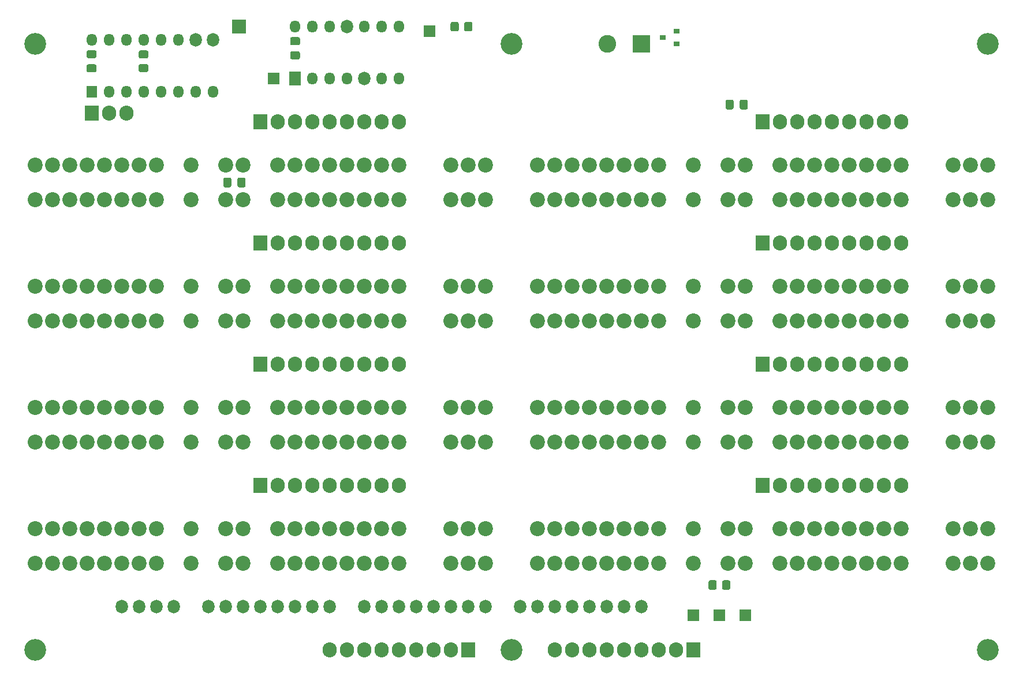
<source format=gbr>
%TF.GenerationSoftware,KiCad,Pcbnew,(5.1.8)-1*%
%TF.CreationDate,2024-05-16T23:24:36+03:00*%
%TF.ProjectId,Regs-v4,52656773-2d76-4342-9e6b-696361645f70,rev?*%
%TF.SameCoordinates,Original*%
%TF.FileFunction,Soldermask,Bot*%
%TF.FilePolarity,Negative*%
%FSLAX46Y46*%
G04 Gerber Fmt 4.6, Leading zero omitted, Abs format (unit mm)*
G04 Created by KiCad (PCBNEW (5.1.8)-1) date 2024-05-16 23:24:36*
%MOMM*%
%LPD*%
G01*
G04 APERTURE LIST*
%ADD10C,2.200000*%
%ADD11R,1.700000X1.700000*%
%ADD12R,0.900000X0.800000*%
%ADD13O,2.100000X2.200000*%
%ADD14R,2.100000X2.200000*%
%ADD15O,1.800000X2.000000*%
%ADD16C,2.600000*%
%ADD17R,2.600000X2.600000*%
%ADD18O,1.500000X1.800000*%
%ADD19R,1.800000X2.000000*%
%ADD20R,1.500000X1.800000*%
%ADD21R,2.000000X2.000000*%
%ADD22C,3.200000*%
G04 APERTURE END LIST*
D10*
%TO.C,U19*%
X86360000Y-38100000D03*
X83820000Y-38100000D03*
X81280000Y-38100000D03*
X73660000Y-38100000D03*
X71120000Y-38100000D03*
X68580000Y-38100000D03*
X66040000Y-38100000D03*
X63500000Y-38100000D03*
X60960000Y-38100000D03*
X58420000Y-38100000D03*
X55880000Y-38100000D03*
X50800000Y-38100000D03*
X48260000Y-38100000D03*
X43180000Y-38100000D03*
X38100000Y-38100000D03*
X35560000Y-38100000D03*
X33020000Y-38100000D03*
X30480000Y-38100000D03*
X27940000Y-38100000D03*
X25400000Y-38100000D03*
X22860000Y-38100000D03*
X20320000Y-38100000D03*
%TD*%
%TO.C,U18*%
X160020000Y-38100000D03*
X157480000Y-38100000D03*
X154940000Y-38100000D03*
X147320000Y-38100000D03*
X144780000Y-38100000D03*
X142240000Y-38100000D03*
X139700000Y-38100000D03*
X137160000Y-38100000D03*
X134620000Y-38100000D03*
X132080000Y-38100000D03*
X129540000Y-38100000D03*
X124460000Y-38100000D03*
X121920000Y-38100000D03*
X116840000Y-38100000D03*
X111760000Y-38100000D03*
X109220000Y-38100000D03*
X106680000Y-38100000D03*
X104140000Y-38100000D03*
X101600000Y-38100000D03*
X99060000Y-38100000D03*
X96520000Y-38100000D03*
X93980000Y-38100000D03*
%TD*%
%TO.C,U17*%
X86360000Y-55880000D03*
X83820000Y-55880000D03*
X81280000Y-55880000D03*
X73660000Y-55880000D03*
X71120000Y-55880000D03*
X68580000Y-55880000D03*
X66040000Y-55880000D03*
X63500000Y-55880000D03*
X60960000Y-55880000D03*
X58420000Y-55880000D03*
X55880000Y-55880000D03*
X50800000Y-55880000D03*
X48260000Y-55880000D03*
X43180000Y-55880000D03*
X38100000Y-55880000D03*
X35560000Y-55880000D03*
X33020000Y-55880000D03*
X30480000Y-55880000D03*
X27940000Y-55880000D03*
X25400000Y-55880000D03*
X22860000Y-55880000D03*
X20320000Y-55880000D03*
%TD*%
%TO.C,U16*%
X160020000Y-55880000D03*
X157480000Y-55880000D03*
X154940000Y-55880000D03*
X147320000Y-55880000D03*
X144780000Y-55880000D03*
X142240000Y-55880000D03*
X139700000Y-55880000D03*
X137160000Y-55880000D03*
X134620000Y-55880000D03*
X132080000Y-55880000D03*
X129540000Y-55880000D03*
X124460000Y-55880000D03*
X121920000Y-55880000D03*
X116840000Y-55880000D03*
X111760000Y-55880000D03*
X109220000Y-55880000D03*
X106680000Y-55880000D03*
X104140000Y-55880000D03*
X101600000Y-55880000D03*
X99060000Y-55880000D03*
X96520000Y-55880000D03*
X93980000Y-55880000D03*
%TD*%
%TO.C,U12*%
X86360000Y-73660000D03*
X83820000Y-73660000D03*
X81280000Y-73660000D03*
X73660000Y-73660000D03*
X71120000Y-73660000D03*
X68580000Y-73660000D03*
X66040000Y-73660000D03*
X63500000Y-73660000D03*
X60960000Y-73660000D03*
X58420000Y-73660000D03*
X55880000Y-73660000D03*
X50800000Y-73660000D03*
X48260000Y-73660000D03*
X43180000Y-73660000D03*
X38100000Y-73660000D03*
X35560000Y-73660000D03*
X33020000Y-73660000D03*
X30480000Y-73660000D03*
X27940000Y-73660000D03*
X25400000Y-73660000D03*
X22860000Y-73660000D03*
X20320000Y-73660000D03*
%TD*%
%TO.C,U11*%
X160020000Y-73660000D03*
X157480000Y-73660000D03*
X154940000Y-73660000D03*
X147320000Y-73660000D03*
X144780000Y-73660000D03*
X142240000Y-73660000D03*
X139700000Y-73660000D03*
X137160000Y-73660000D03*
X134620000Y-73660000D03*
X132080000Y-73660000D03*
X129540000Y-73660000D03*
X124460000Y-73660000D03*
X121920000Y-73660000D03*
X116840000Y-73660000D03*
X111760000Y-73660000D03*
X109220000Y-73660000D03*
X106680000Y-73660000D03*
X104140000Y-73660000D03*
X101600000Y-73660000D03*
X99060000Y-73660000D03*
X96520000Y-73660000D03*
X93980000Y-73660000D03*
%TD*%
%TO.C,U10*%
X86360000Y-91440000D03*
X83820000Y-91440000D03*
X81280000Y-91440000D03*
X73660000Y-91440000D03*
X71120000Y-91440000D03*
X68580000Y-91440000D03*
X66040000Y-91440000D03*
X63500000Y-91440000D03*
X60960000Y-91440000D03*
X58420000Y-91440000D03*
X55880000Y-91440000D03*
X50800000Y-91440000D03*
X48260000Y-91440000D03*
X43180000Y-91440000D03*
X38100000Y-91440000D03*
X35560000Y-91440000D03*
X33020000Y-91440000D03*
X30480000Y-91440000D03*
X27940000Y-91440000D03*
X25400000Y-91440000D03*
X22860000Y-91440000D03*
X20320000Y-91440000D03*
%TD*%
%TO.C,U9*%
X160020000Y-91440000D03*
X157480000Y-91440000D03*
X154940000Y-91440000D03*
X147320000Y-91440000D03*
X144780000Y-91440000D03*
X142240000Y-91440000D03*
X139700000Y-91440000D03*
X137160000Y-91440000D03*
X134620000Y-91440000D03*
X132080000Y-91440000D03*
X129540000Y-91440000D03*
X124460000Y-91440000D03*
X121920000Y-91440000D03*
X116840000Y-91440000D03*
X111760000Y-91440000D03*
X109220000Y-91440000D03*
X106680000Y-91440000D03*
X104140000Y-91440000D03*
X101600000Y-91440000D03*
X99060000Y-91440000D03*
X96520000Y-91440000D03*
X93980000Y-91440000D03*
%TD*%
D11*
%TO.C,J20*%
X124460000Y-104140000D03*
%TD*%
%TO.C,J19*%
X120650000Y-104140000D03*
%TD*%
%TO.C,R7*%
G36*
G01*
X83220000Y-18230001D02*
X83220000Y-17329999D01*
G75*
G02*
X83469999Y-17080000I249999J0D01*
G01*
X84170001Y-17080000D01*
G75*
G02*
X84420000Y-17329999I0J-249999D01*
G01*
X84420000Y-18230001D01*
G75*
G02*
X84170001Y-18480000I-249999J0D01*
G01*
X83469999Y-18480000D01*
G75*
G02*
X83220000Y-18230001I0J249999D01*
G01*
G37*
G36*
G01*
X81220000Y-18230001D02*
X81220000Y-17329999D01*
G75*
G02*
X81469999Y-17080000I249999J0D01*
G01*
X82170001Y-17080000D01*
G75*
G02*
X82420000Y-17329999I0J-249999D01*
G01*
X82420000Y-18230001D01*
G75*
G02*
X82170001Y-18480000I-249999J0D01*
G01*
X81469999Y-18480000D01*
G75*
G02*
X81220000Y-18230001I0J249999D01*
G01*
G37*
%TD*%
D12*
%TO.C,Q1*%
X112347500Y-19367500D03*
X114347500Y-20317500D03*
X114347500Y-18417500D03*
%TD*%
%TO.C,C4*%
G36*
G01*
X57945000Y-21405000D02*
X58895000Y-21405000D01*
G75*
G02*
X59145000Y-21655000I0J-250000D01*
G01*
X59145000Y-22330000D01*
G75*
G02*
X58895000Y-22580000I-250000J0D01*
G01*
X57945000Y-22580000D01*
G75*
G02*
X57695000Y-22330000I0J250000D01*
G01*
X57695000Y-21655000D01*
G75*
G02*
X57945000Y-21405000I250000J0D01*
G01*
G37*
G36*
G01*
X57945000Y-19330000D02*
X58895000Y-19330000D01*
G75*
G02*
X59145000Y-19580000I0J-250000D01*
G01*
X59145000Y-20255000D01*
G75*
G02*
X58895000Y-20505000I-250000J0D01*
G01*
X57945000Y-20505000D01*
G75*
G02*
X57695000Y-20255000I0J250000D01*
G01*
X57695000Y-19580000D01*
G75*
G02*
X57945000Y-19330000I250000J0D01*
G01*
G37*
%TD*%
%TO.C,C3*%
G36*
G01*
X28100000Y-23310000D02*
X29050000Y-23310000D01*
G75*
G02*
X29300000Y-23560000I0J-250000D01*
G01*
X29300000Y-24235000D01*
G75*
G02*
X29050000Y-24485000I-250000J0D01*
G01*
X28100000Y-24485000D01*
G75*
G02*
X27850000Y-24235000I0J250000D01*
G01*
X27850000Y-23560000D01*
G75*
G02*
X28100000Y-23310000I250000J0D01*
G01*
G37*
G36*
G01*
X28100000Y-21235000D02*
X29050000Y-21235000D01*
G75*
G02*
X29300000Y-21485000I0J-250000D01*
G01*
X29300000Y-22160000D01*
G75*
G02*
X29050000Y-22410000I-250000J0D01*
G01*
X28100000Y-22410000D01*
G75*
G02*
X27850000Y-22160000I0J250000D01*
G01*
X27850000Y-21485000D01*
G75*
G02*
X28100000Y-21235000I250000J0D01*
G01*
G37*
%TD*%
%TO.C,C2*%
G36*
G01*
X49080000Y-40165000D02*
X49080000Y-41115000D01*
G75*
G02*
X48830000Y-41365000I-250000J0D01*
G01*
X48155000Y-41365000D01*
G75*
G02*
X47905000Y-41115000I0J250000D01*
G01*
X47905000Y-40165000D01*
G75*
G02*
X48155000Y-39915000I250000J0D01*
G01*
X48830000Y-39915000D01*
G75*
G02*
X49080000Y-40165000I0J-250000D01*
G01*
G37*
G36*
G01*
X51155000Y-40165000D02*
X51155000Y-41115000D01*
G75*
G02*
X50905000Y-41365000I-250000J0D01*
G01*
X50230000Y-41365000D01*
G75*
G02*
X49980000Y-41115000I0J250000D01*
G01*
X49980000Y-40165000D01*
G75*
G02*
X50230000Y-39915000I250000J0D01*
G01*
X50905000Y-39915000D01*
G75*
G02*
X51155000Y-40165000I0J-250000D01*
G01*
G37*
%TD*%
%TO.C,C1*%
G36*
G01*
X122740000Y-28735000D02*
X122740000Y-29685000D01*
G75*
G02*
X122490000Y-29935000I-250000J0D01*
G01*
X121815000Y-29935000D01*
G75*
G02*
X121565000Y-29685000I0J250000D01*
G01*
X121565000Y-28735000D01*
G75*
G02*
X121815000Y-28485000I250000J0D01*
G01*
X122490000Y-28485000D01*
G75*
G02*
X122740000Y-28735000I0J-250000D01*
G01*
G37*
G36*
G01*
X124815000Y-28735000D02*
X124815000Y-29685000D01*
G75*
G02*
X124565000Y-29935000I-250000J0D01*
G01*
X123890000Y-29935000D01*
G75*
G02*
X123640000Y-29685000I0J250000D01*
G01*
X123640000Y-28735000D01*
G75*
G02*
X123890000Y-28485000I250000J0D01*
G01*
X124565000Y-28485000D01*
G75*
G02*
X124815000Y-28735000I0J-250000D01*
G01*
G37*
%TD*%
%TO.C,R6*%
G36*
G01*
X121050000Y-100145001D02*
X121050000Y-99244999D01*
G75*
G02*
X121299999Y-98995000I249999J0D01*
G01*
X122000001Y-98995000D01*
G75*
G02*
X122250000Y-99244999I0J-249999D01*
G01*
X122250000Y-100145001D01*
G75*
G02*
X122000001Y-100395000I-249999J0D01*
G01*
X121299999Y-100395000D01*
G75*
G02*
X121050000Y-100145001I0J249999D01*
G01*
G37*
G36*
G01*
X119050000Y-100145001D02*
X119050000Y-99244999D01*
G75*
G02*
X119299999Y-98995000I249999J0D01*
G01*
X120000001Y-98995000D01*
G75*
G02*
X120250000Y-99244999I0J-249999D01*
G01*
X120250000Y-100145001D01*
G75*
G02*
X120000001Y-100395000I-249999J0D01*
G01*
X119299999Y-100395000D01*
G75*
G02*
X119050000Y-100145001I0J249999D01*
G01*
G37*
%TD*%
%TO.C,R5*%
G36*
G01*
X35744999Y-23260000D02*
X36645001Y-23260000D01*
G75*
G02*
X36895000Y-23509999I0J-249999D01*
G01*
X36895000Y-24210001D01*
G75*
G02*
X36645001Y-24460000I-249999J0D01*
G01*
X35744999Y-24460000D01*
G75*
G02*
X35495000Y-24210001I0J249999D01*
G01*
X35495000Y-23509999D01*
G75*
G02*
X35744999Y-23260000I249999J0D01*
G01*
G37*
G36*
G01*
X35744999Y-21260000D02*
X36645001Y-21260000D01*
G75*
G02*
X36895000Y-21509999I0J-249999D01*
G01*
X36895000Y-22210001D01*
G75*
G02*
X36645001Y-22460000I-249999J0D01*
G01*
X35744999Y-22460000D01*
G75*
G02*
X35495000Y-22210001I0J249999D01*
G01*
X35495000Y-21509999D01*
G75*
G02*
X35744999Y-21260000I249999J0D01*
G01*
G37*
%TD*%
D13*
%TO.C,J18*%
X63500000Y-109220000D03*
X66040000Y-109220000D03*
X68580000Y-109220000D03*
X71120000Y-109220000D03*
X73660000Y-109220000D03*
X76200000Y-109220000D03*
X78740000Y-109220000D03*
X81280000Y-109220000D03*
D14*
X83820000Y-109220000D03*
%TD*%
D13*
%TO.C,J17*%
X96520000Y-109220000D03*
X99060000Y-109220000D03*
X101600000Y-109220000D03*
X104140000Y-109220000D03*
X106680000Y-109220000D03*
X109220000Y-109220000D03*
X111760000Y-109220000D03*
X114300000Y-109220000D03*
D14*
X116840000Y-109220000D03*
%TD*%
D15*
%TO.C,U15*%
X33020000Y-102870000D03*
X35560000Y-102870000D03*
X38100000Y-102870000D03*
X40640000Y-102870000D03*
X45720000Y-102870000D03*
X48260000Y-102870000D03*
X50800000Y-102870000D03*
X53340000Y-102870000D03*
X55880000Y-102870000D03*
X58420000Y-102870000D03*
X60960000Y-102870000D03*
X63500000Y-102870000D03*
X68580000Y-102870000D03*
X71120000Y-102870000D03*
X73660000Y-102870000D03*
X76200000Y-102870000D03*
X78740000Y-102870000D03*
X81280000Y-102870000D03*
X83820000Y-102870000D03*
X86360000Y-102870000D03*
X91440000Y-102870000D03*
X93980000Y-102870000D03*
X96520000Y-102870000D03*
X99060000Y-102870000D03*
X101600000Y-102870000D03*
X104140000Y-102870000D03*
X106680000Y-102870000D03*
X109220000Y-102870000D03*
%TD*%
D16*
%TO.C,J16*%
X104220000Y-20320000D03*
D17*
X109220000Y-20320000D03*
%TD*%
D18*
%TO.C,U14*%
X58420000Y-17780000D03*
X73660000Y-25400000D03*
X60960000Y-17780000D03*
X71120000Y-25400000D03*
X63500000Y-17780000D03*
D15*
X68580000Y-25400000D03*
X66040000Y-17780000D03*
D18*
X66040000Y-25400000D03*
X68580000Y-17780000D03*
X63500000Y-25400000D03*
X71120000Y-17780000D03*
X60960000Y-25400000D03*
X73660000Y-17780000D03*
D19*
X58420000Y-25400000D03*
%TD*%
D18*
%TO.C,U13*%
X28575000Y-19685000D03*
X46355000Y-27305000D03*
X31115000Y-19685000D03*
X43815000Y-27305000D03*
X33655000Y-19685000D03*
X41275000Y-27305000D03*
X36195000Y-19685000D03*
X38735000Y-27305000D03*
X38735000Y-19685000D03*
X36195000Y-27305000D03*
X41275000Y-19685000D03*
X33655000Y-27305000D03*
D15*
X43815000Y-19685000D03*
D18*
X31115000Y-27305000D03*
D15*
X46355000Y-19685000D03*
D20*
X28575000Y-27305000D03*
%TD*%
D11*
%TO.C,J15*%
X55245000Y-25400000D03*
%TD*%
%TO.C,J14*%
X78105000Y-18415000D03*
%TD*%
%TO.C,J13*%
X116840000Y-104140000D03*
%TD*%
D21*
%TO.C,J12*%
X50165000Y-17780000D03*
%TD*%
D13*
%TO.C,J11*%
X33655000Y-30480000D03*
X31115000Y-30480000D03*
D14*
X28575000Y-30480000D03*
%TD*%
D13*
%TO.C,J8*%
X73660000Y-31750000D03*
X71120000Y-31750000D03*
X68580000Y-31750000D03*
X66040000Y-31750000D03*
X63500000Y-31750000D03*
X60960000Y-31750000D03*
X58420000Y-31750000D03*
X55880000Y-31750000D03*
D14*
X53340000Y-31750000D03*
%TD*%
D13*
%TO.C,J7*%
X147320000Y-31750000D03*
X144780000Y-31750000D03*
X142240000Y-31750000D03*
X139700000Y-31750000D03*
X137160000Y-31750000D03*
X134620000Y-31750000D03*
X132080000Y-31750000D03*
X129540000Y-31750000D03*
D14*
X127000000Y-31750000D03*
%TD*%
D13*
%TO.C,J6*%
X73660000Y-49530000D03*
X71120000Y-49530000D03*
X68580000Y-49530000D03*
X66040000Y-49530000D03*
X63500000Y-49530000D03*
X60960000Y-49530000D03*
X58420000Y-49530000D03*
X55880000Y-49530000D03*
D14*
X53340000Y-49530000D03*
%TD*%
D13*
%TO.C,J5*%
X147320000Y-49530000D03*
X144780000Y-49530000D03*
X142240000Y-49530000D03*
X139700000Y-49530000D03*
X137160000Y-49530000D03*
X134620000Y-49530000D03*
X132080000Y-49530000D03*
X129540000Y-49530000D03*
D14*
X127000000Y-49530000D03*
%TD*%
D13*
%TO.C,J4*%
X73660000Y-67310000D03*
X71120000Y-67310000D03*
X68580000Y-67310000D03*
X66040000Y-67310000D03*
X63500000Y-67310000D03*
X60960000Y-67310000D03*
X58420000Y-67310000D03*
X55880000Y-67310000D03*
D14*
X53340000Y-67310000D03*
%TD*%
D13*
%TO.C,J3*%
X147320000Y-67310000D03*
X144780000Y-67310000D03*
X142240000Y-67310000D03*
X139700000Y-67310000D03*
X137160000Y-67310000D03*
X134620000Y-67310000D03*
X132080000Y-67310000D03*
X129540000Y-67310000D03*
D14*
X127000000Y-67310000D03*
%TD*%
D13*
%TO.C,J2*%
X73660000Y-85090000D03*
X71120000Y-85090000D03*
X68580000Y-85090000D03*
X66040000Y-85090000D03*
X63500000Y-85090000D03*
X60960000Y-85090000D03*
X58420000Y-85090000D03*
X55880000Y-85090000D03*
D14*
X53340000Y-85090000D03*
%TD*%
D13*
%TO.C,J1*%
X147320000Y-85090000D03*
X144780000Y-85090000D03*
X142240000Y-85090000D03*
X139700000Y-85090000D03*
X137160000Y-85090000D03*
X134620000Y-85090000D03*
X132080000Y-85090000D03*
X129540000Y-85090000D03*
D14*
X127000000Y-85090000D03*
%TD*%
D22*
%TO.C,H6*%
X160020000Y-109220000D03*
%TD*%
%TO.C,H4*%
X160020000Y-20320000D03*
%TD*%
%TO.C,H2*%
X90170000Y-109220000D03*
%TD*%
%TO.C,H5*%
X90170000Y-20320000D03*
%TD*%
%TO.C,H3*%
X20320000Y-109220000D03*
%TD*%
%TO.C,H1*%
X20320000Y-20320000D03*
%TD*%
D10*
%TO.C,U1*%
X160020000Y-96520000D03*
X157480000Y-96520000D03*
X154940000Y-96520000D03*
X147320000Y-96520000D03*
X144780000Y-96520000D03*
X142240000Y-96520000D03*
X139700000Y-96520000D03*
X137160000Y-96520000D03*
X134620000Y-96520000D03*
X132080000Y-96520000D03*
X129540000Y-96520000D03*
X124460000Y-96520000D03*
X121920000Y-96520000D03*
X116840000Y-96520000D03*
X111760000Y-96520000D03*
X109220000Y-96520000D03*
X106680000Y-96520000D03*
X104140000Y-96520000D03*
X101600000Y-96520000D03*
X99060000Y-96520000D03*
X96520000Y-96520000D03*
X93980000Y-96520000D03*
%TD*%
%TO.C,U8*%
X86360000Y-43180000D03*
X83820000Y-43180000D03*
X81280000Y-43180000D03*
X73660000Y-43180000D03*
X71120000Y-43180000D03*
X68580000Y-43180000D03*
X66040000Y-43180000D03*
X63500000Y-43180000D03*
X60960000Y-43180000D03*
X58420000Y-43180000D03*
X55880000Y-43180000D03*
X50800000Y-43180000D03*
X48260000Y-43180000D03*
X43180000Y-43180000D03*
X38100000Y-43180000D03*
X35560000Y-43180000D03*
X33020000Y-43180000D03*
X30480000Y-43180000D03*
X27940000Y-43180000D03*
X25400000Y-43180000D03*
X22860000Y-43180000D03*
X20320000Y-43180000D03*
%TD*%
%TO.C,U6*%
X86360000Y-60960000D03*
X83820000Y-60960000D03*
X81280000Y-60960000D03*
X73660000Y-60960000D03*
X71120000Y-60960000D03*
X68580000Y-60960000D03*
X66040000Y-60960000D03*
X63500000Y-60960000D03*
X60960000Y-60960000D03*
X58420000Y-60960000D03*
X55880000Y-60960000D03*
X50800000Y-60960000D03*
X48260000Y-60960000D03*
X43180000Y-60960000D03*
X38100000Y-60960000D03*
X35560000Y-60960000D03*
X33020000Y-60960000D03*
X30480000Y-60960000D03*
X27940000Y-60960000D03*
X25400000Y-60960000D03*
X22860000Y-60960000D03*
X20320000Y-60960000D03*
%TD*%
%TO.C,U4*%
X86360000Y-78740000D03*
X83820000Y-78740000D03*
X81280000Y-78740000D03*
X73660000Y-78740000D03*
X71120000Y-78740000D03*
X68580000Y-78740000D03*
X66040000Y-78740000D03*
X63500000Y-78740000D03*
X60960000Y-78740000D03*
X58420000Y-78740000D03*
X55880000Y-78740000D03*
X50800000Y-78740000D03*
X48260000Y-78740000D03*
X43180000Y-78740000D03*
X38100000Y-78740000D03*
X35560000Y-78740000D03*
X33020000Y-78740000D03*
X30480000Y-78740000D03*
X27940000Y-78740000D03*
X25400000Y-78740000D03*
X22860000Y-78740000D03*
X20320000Y-78740000D03*
%TD*%
%TO.C,U2*%
X86360000Y-96520000D03*
X83820000Y-96520000D03*
X81280000Y-96520000D03*
X73660000Y-96520000D03*
X71120000Y-96520000D03*
X68580000Y-96520000D03*
X66040000Y-96520000D03*
X63500000Y-96520000D03*
X60960000Y-96520000D03*
X58420000Y-96520000D03*
X55880000Y-96520000D03*
X50800000Y-96520000D03*
X48260000Y-96520000D03*
X43180000Y-96520000D03*
X38100000Y-96520000D03*
X35560000Y-96520000D03*
X33020000Y-96520000D03*
X30480000Y-96520000D03*
X27940000Y-96520000D03*
X25400000Y-96520000D03*
X22860000Y-96520000D03*
X20320000Y-96520000D03*
%TD*%
%TO.C,U7*%
X160020000Y-43180000D03*
X157480000Y-43180000D03*
X154940000Y-43180000D03*
X147320000Y-43180000D03*
X144780000Y-43180000D03*
X142240000Y-43180000D03*
X139700000Y-43180000D03*
X137160000Y-43180000D03*
X134620000Y-43180000D03*
X132080000Y-43180000D03*
X129540000Y-43180000D03*
X124460000Y-43180000D03*
X121920000Y-43180000D03*
X116840000Y-43180000D03*
X111760000Y-43180000D03*
X109220000Y-43180000D03*
X106680000Y-43180000D03*
X104140000Y-43180000D03*
X101600000Y-43180000D03*
X99060000Y-43180000D03*
X96520000Y-43180000D03*
X93980000Y-43180000D03*
%TD*%
%TO.C,U5*%
X160020000Y-60960000D03*
X157480000Y-60960000D03*
X154940000Y-60960000D03*
X147320000Y-60960000D03*
X144780000Y-60960000D03*
X142240000Y-60960000D03*
X139700000Y-60960000D03*
X137160000Y-60960000D03*
X134620000Y-60960000D03*
X132080000Y-60960000D03*
X129540000Y-60960000D03*
X124460000Y-60960000D03*
X121920000Y-60960000D03*
X116840000Y-60960000D03*
X111760000Y-60960000D03*
X109220000Y-60960000D03*
X106680000Y-60960000D03*
X104140000Y-60960000D03*
X101600000Y-60960000D03*
X99060000Y-60960000D03*
X96520000Y-60960000D03*
X93980000Y-60960000D03*
%TD*%
%TO.C,U3*%
X160020000Y-78740000D03*
X157480000Y-78740000D03*
X154940000Y-78740000D03*
X147320000Y-78740000D03*
X144780000Y-78740000D03*
X142240000Y-78740000D03*
X139700000Y-78740000D03*
X137160000Y-78740000D03*
X134620000Y-78740000D03*
X132080000Y-78740000D03*
X129540000Y-78740000D03*
X124460000Y-78740000D03*
X121920000Y-78740000D03*
X116840000Y-78740000D03*
X111760000Y-78740000D03*
X109220000Y-78740000D03*
X106680000Y-78740000D03*
X104140000Y-78740000D03*
X101600000Y-78740000D03*
X99060000Y-78740000D03*
X96520000Y-78740000D03*
X93980000Y-78740000D03*
%TD*%
M02*

</source>
